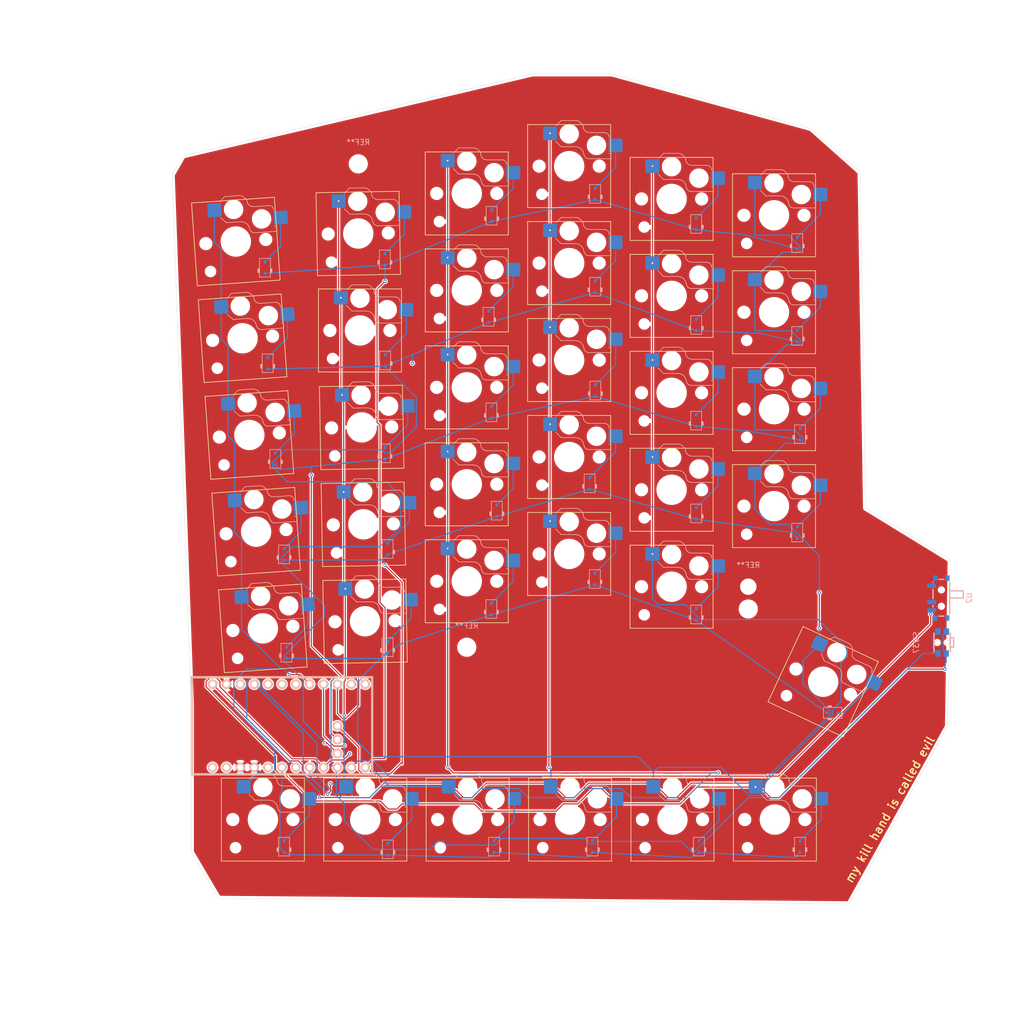
<source format=kicad_pcb>
(kicad_pcb (version 20241229) (generator "pcbnew") (generator_version "9.0")
  (layers (0 "F.Cu" signal) (2 "B.Cu" signal) (13 "F.Paste" user) (15 "B.Paste" user) (5 "F.SilkS" user "F.Silkscreen") (7 "B.SilkS" user "B.Silkscreen") (1 "F.Mask" user) (3 "B.Mask" user) (25 "Edge.Cuts" user))
  (net 0 "")
  (net 2 "Net-(D1-A)")
  (net 4 "Net-(U1-VCC)")
  (net 5 "Net-(D1-K)")
  (net 9 "Net-(D2-A)")
  (net 10 "Net-(D3-A)")
  (net 11 "Net-(D4-A)")
  (net 12 "Net-(D5-A)")
  (net 14 "Net-(D6-A)")
  (net 15 "Net-(D10-K)")
  (net 17 "Net-(D7-A)")
  (net 18 "Net-(D8-A)")
  (net 19 "Net-(D9-A)")
  (net 20 "Net-(U1-BATIN{slash}P0.04)")
  (net 23 "Net-(D10-A)")
  (net 24 "Net-(D11-A)")
  (net 25 "Net-(D12-A)")
  (net 26 "Net-(D13-A)")
  (net 27 "Net-(D13-K)")
  (net 28 "Net-(D14-A)")
  (net 29 "Net-(D14-K)")
  (net 30 "Net-(D15-A)")
  (net 31 "Net-(D16-A)")
  (net 32 "Net-(D17-A)")
  (net 33 "Net-(D18-A)")
  (net 34 "Net-(D19-A)")
  (net 35 "Net-(D20-A)")
  (net 36 "Net-(D21-A)")
  (net 37 "Net-(D22-A)")
  (net 38 "Net-(D23-A)")
  (net 39 "Net-(D24-A)")
  (net 40 "Net-(D25-A)")
  (net 41 "Net-(D25-K)")
  (net 42 "Net-(D26-K)")
  (net 43 "Net-(D26-A)")
  (net 44 "Net-(D27-A)")
  (net 45 "Net-(D28-A)")
  (net 46 "Net-(D29-A)")
  (net 47 "Net-(D30-A)")
  (net 48 "Net-(D31-A)")
  (net 49 "Net-(D32-A)")
  (net 50 "Net-(D33-A)")
  (net 51 "Net-(D34-A)")
  (net 52 "Net-(D35-A)")
  (net 53 "Net-(D36-A)")
  (net 54 "Net-(SW1-A)")
  (net 55 "Net-(SW15-A)")
  (net 56 "Net-(SW10-A)")
  (net 57 "Net-(SW11-A)")
  (net 58 "Net-(SW12-A)")
  (net 63 "GND")
  (net 64 "-BAT")
  (net 65 "Net-(SW17-A)")
  (net 66 "Net-(U1-P0.22)")
  (footprint "Left-Keyboard-Library:SW_Hotswap_Kailh_Choc_V1V2" (layer "F.Cu") (at 206.957624 103.915724)
    (property "Reference" "SW27" (hide yes))
    (property "Value" "SW_SPST" (hide yes))
  )
  (footprint "Left-Keyboard-Library:SW_Hotswap_Kailh_Choc_V1V2" (layer "F.Cu") (at 127.175611 40.722776 4)
    (property "Reference" "SW6" (hide yes))
    (property "Value" "SW_SPST" (hide yes))
  )
  (footprint "Left-Keyboard-Library:SW_Hotswap_Kailh_Choc_V1V2" (layer "F.Cu") (at 225.707624 89.165724)
    (property "Reference" "SW14" (hide yes))
    (property "Value" "SW_SPST" (hide yes))
  )
  (footprint "Left-Keyboard-Library:SW_Hotswap_Kailh_Choc_V1V2" (layer "F.Cu") (at 188.207624 97.915724)
    (property "Reference" "SW29" (hide yes))
    (property "Value" "SW_SPST" (hide yes))
  )
  (footprint "Left-Keyboard-Library:SW_Hotswap_Kailh_Choc_V1V2" (layer "F.Cu") (at 132.128321 111.549824 4)
    (property "Reference" "SW35" (hide yes))
    (property "Value" "SW_SPST" (hide yes))
  )
  (footprint "Left-Keyboard-Library:SW_Hotswap_Kailh_Choc_V1V2" (layer "F.Cu") (at 169.622609 146.549824)
    (property "Reference" "SW32" (hide yes))
    (property "Value" "SW_SPST" (hide yes))
  )
  (footprint "Left-Keyboard-Library:SW_Hotswap_Kailh_Choc_V1V2" (layer "F.Cu") (at 150.213087 74.747297 1)
    (property "Reference" "SW21" (hide yes))
    (property "Value" "SW_SPST" (hide yes))
  )
  (footprint "Left-Keyboard-Library:SW_Hotswap_Kailh_Choc_V1V2" (layer "F.Cu") (at 128.413789 58.429538 4)
    (property "Reference" "SW12" (hide yes))
    (property "Value" "SW_SPST" (hide yes))
  )
  (footprint "Left-Keyboard-Library:SW_Hotswap_Kailh_Choc_V1V2" (layer "F.Cu") (at 169.457624 67.415724)
    (property "Reference" "SW19" (hide yes))
    (property "Value" "SW_SPST" (hide yes))
  )
  (footprint "Left-Keyboard-Library:SW_Hotswap_Kailh_Choc_V1V2" (layer "F.Cu") (at 207.116897 146.549824)
    (property "Reference" "SW28" (hide yes))
    (property "Value" "SW_SPST" (hide yes))
  )
  (footprint "Left-Keyboard-Library:SW_Hotswap_Kailh_Choc_V1V2" (layer "F.Cu") (at 169.457624 49.665724)
    (property "Reference" "SW10" (hide yes))
    (property "Value" "SW_SPST" (hide yes))
  )
  (footprint "Left-Keyboard-Library:SW_Hotswap_Kailh_Choc_V1V2" (layer "F.Cu") (at 169.457624 102.915724)
    (property "Reference" "SW31" (hide yes))
    (property "Value" "SW_SPST" (hide yes))
  )
  (footprint "Left-Keyboard-Library:SW_Hotswap_Kailh_Choc_V1V2" (layer "F.Cu") (at 130.890144 93.843062 4)
    (property "Reference" "SW24" (hide yes))
    (property "Value" "SW_SPST" (hide yes))
  )
  (footprint "Left-Keyboard-Library:SW_Hotswap_Kailh_Choc_V1V2" (layer "F.Cu") (at 188.369753 146.549824)
    (property "Reference" "SW30" (hide yes))
    (property "Value" "SW_SPST" (hide yes))
  )
  (footprint "Left-Keyboard-Library:SW_Hotswap_Kailh_Choc_V1V2" (layer "F.Cu") (at 225.707624 35.915724)
    (property "Reference" "SW1" (hide yes))
    (property "Value" "SW_SPST" (hide yes))
  )
  (footprint "Left-Keyboard-Library:SW_Hotswap_Kailh_Choc_V1V2" (layer "F.Cu") (at 129.651966 76.1363 4)
    (property "Reference" "SW23" (hide yes))
    (property "Value" "SW_SPST" (hide yes))
  )
  (footprint "Left-Keyboard-Library:SW_Hotswap_Kailh_Choc_V1V2" (layer "F.Cu") (at 149.593526 39.252704 1)
    (property "Reference" "SW5" (hide yes))
    (property "Value" "SW_SPST" (hide yes))
  )
  (footprint "Left-Keyboard-Library:SW_Hotswap_Kailh_Choc_V1V2" (layer "F.Cu") (at 234.707624 121.315724 -25)
    (property "Reference" "SW25" (hide yes))
    (property "Value" "SW_SPST" (hide yes))
  )
  (footprint "Left-Keyboard-Library:SW_Hotswap_Kailh_Choc_V1V2" (layer "F.Cu") (at 149.903306 57)
    (property "Reference" "SW11" (hide yes))
    (property "Value" "SW_SPST" (hide yes))
  )
  (footprint "Left-Keyboard-Library:SW_Hotswap_Kailh_Choc_V1V2" (layer "F.Cu") (at 169.457624 85.165724)
    (property "Reference" "SW20" (hide yes))
    (property "Value" "SW_SPST" (hide yes))
  )
  (footprint "Left-Keyboard-Library:SW_Hotswap_Kailh_Choc_V1V2" (layer "F.Cu") (at 188.207624 26.915724)
    (property "Reference" "SW3" (hide yes))
    (property "Value" "SW_SPST" (hide yes))
  )
  (footprint "Left-Keyboard-Library:SW_Hotswap_Kailh_Choc_V1V2" (layer "F.Cu") (at 225.707624 53.665724)
    (property "Reference" "SW7" (hide yes))
    (property "Value" "SW_SPST" (hide yes))
  )
  (footprint "Left-Keyboard-Library:SW_Hotswap_Kailh_Choc_V1V2" (layer "F.Cu") (at 206.957624 68.415724)
    (property "Reference" "SW15" (hide yes))
    (property "Value" "SW_SPST" (hide yes))
  )
  (footprint "Left-Keyboard-Library:SW_Hotswap_Kailh_Choc_V1V2" (layer "F.Cu") (at 188.207624 44.665724)
    (property "Reference" "SW9" (hide yes))
    (property "Value" "SW_SPST" (hide yes))
  )
  (footprint "Left-Keyboard-Library:SW_Hotswap_Kailh_Choc_V1V2" (layer "F.Cu") (at 150.522867 92.494594 1)
    (property "Reference" "SW22" (hide yes))
    (property "Value" "SW_SPST" (hide yes))
  )
  (footprint "Left-Keyboard-Library:SW_Hotswap_Kailh_Choc_V1V2" (layer "F.Cu") (at 150.875465 146.549824)
    (property "Reference" "SW34" (hide yes))
    (property "Value" "SW_SPST" (hide yes))
  )
  (footprint "Left-Keyboard-Library:SW_Hotswap_Kailh_Choc_V1V2" (layer "F.Cu") (at 206.957624 86.165724)
    (property "Reference" "SW16" (hide yes))
    (property "Value" "SW_SPST" (hide yes))
  )
  (footprint "Left-Keyboard-Library:SW_Hotswap_Kailh_Choc_V1V2" (layer "F.Cu") (at 188.207624 62.415724)
    (property "Reference" "SW17" (hide yes))
    (property "Value" "SW_SPST" (hide yes))
  )
  (footprint "Nice!Nano:nice_nano" (layer "F.Cu") (at 136.89 129.38)
    (property "Reference" "U1" (hide yes))
    (property "Value" "nice_nano" (hide yes))
  )
  (footprint "Left-Keyboard-Library:SW_Hotswap_Kailh_Choc_V1V2" (layer "F.Cu") (at 225.864041 146.549824)
    (property "Reference" "SW26" (hide yes))
    (property "Value" "SW_SPST" (hide yes))
  )
  (footprint "Left-Keyboard-Library:SW_Hotswap_Kailh_Choc_V1V2" (layer "F.Cu") (at 206.957624 32.915724)
    (property "Reference" "SW2" (hide yes))
    (property "Value" "SW_SPST" (hide yes))
  )
  (footprint "Left-Keyboard-Library:SW_Hotswap_Kailh_Choc_V1V2" (layer "F.Cu") (at 225.707624 71.415724)
    (property "Reference" "SW13" (hide yes))
    (property "Value" "SW_SPST" (hide yes))
  )
  (footprint "Left-Keyboard-Library:SW_Hotswap_Kailh_Choc_V1V2" (layer "F.Cu") (at 188.207624 80.165724)
    (property "Reference" "SW18" (hide yes))
    (property "Value" "SW_SPST" (hide yes))
  )
  (footprint "Left-Keyboard-Library:SW_Hotswap_Kailh_Choc_V1V2" (layer "F.Cu") (at 169.457624 31.915724)
    (property "Reference" "SW4" (hide yes))
    (property "Value" "SW_SPST" (hide yes))
  )
  (footprint "Left-Keyboard-Library:SW_Hotswap_Kailh_Choc_V1V2" (layer "F.Cu") (at 206.957624 50.665724)
    (property "Reference" "SW8" (hide yes))
    (property "Value" "SW_SPST" (hide yes))
  )
  (footprint "Left-Keyboard-Library:SW_Hotswap_Kailh_Choc_V1V2" (layer "F.Cu") (at 150.832647 110.24189 1)
    (property "Reference" "SW33" (hide yes))
    (property "Value" "SW_SPST" (hide yes))
  )
  (footprint "Left-Keyboard-Library:SW_Hotswap_Kailh_Choc_V1V2" (layer "F.Cu") (at 132.128321 146.549824)
    (property "Reference" "SW36" (hide yes))
    (property "Value" "SW_SPST" (hide yes))
  )
  (footprint "MountingHole:MountingHole_3mm" (layer "B.Cu") (at 169.457624 115 180)
    (property "Reference" "REF**")
    (property "Value" "MountingHole_3mm")
  )
  (footprint "PCM_Diode_SMD_AKL:D_SOD-323" (layer "B.Cu") (at 136.007624 98 90)
    (property "Reference" "D24" (hide yes))
    (property "Value" "1N4148WS" (hide yes))
  )
  (footprint "PCM_Diode_SMD_AKL:D_SOD-323" (layer "B.Cu") (at 154.457624 79.5 90)
    (property "Reference" "D21" (hide yes))
    (property "Value" "1N4148WS" (hide yes))
  )
  (footprint "PCM_Diode_SMD_AKL:D_SOD-323" (layer "B.Cu") (at 192.907624 102.5 90)
    (property "Reference" "D29" (hide yes))
    (property "Value" "1N4148WS" (hide yes))
  )
  (footprint "PCM_Diode_SMD_AKL:D_SOD-323" (layer "B.Cu") (at 132.507624 45.5 90)
    (property "Reference" "D6" (hide yes))
    (property "Value" "1N4148WS" (hide yes))
  )
  (footprint "PCM_Diode_SMD_AKL:D_SOD-323" (layer "B.Cu") (at 174.957624 90 90)
    (property "Reference" "D20" (hide yes))
    (property "Value" "1N4148WS" (hide yes))
  )
  (footprint "PCM_Diode_SMD_AKL:D_SOD-323" (layer "B.Cu") (at 192.957624 32 90)
    (property "Reference" "D3" (hide yes))
    (property "Value" "1N4148WS" (hide yes))
  )
  (footprint "PCM_Diode_SMD_AKL:D_SOD-323" (layer "B.Cu") (at 154.457624 44 90)
    (property "Reference" "D5" (hide yes))
    (property "Value" "1N4148WS" (hide yes))
  )
  (footprint "PCM_Diode_SMD_AKL:D_SOD-323" (layer "B.Cu") (at 174.007624 36 90)
    (property "Reference" "D4" (hide yes))
    (property "Value" "1N4148WS" (hide yes))
  )
  (footprint "MountingHole:MountingHole_3mm" (layer "B.Cu") (at 149.593526 26.5 180)
    (property "Reference" "REF**")
    (property "Value" "MountingHole_3mm")
  )
  (footprint "PCM_Diode_SMD_AKL:D_SOD-323" (layer "B.Cu") (at 229.957624 58 90)
    (property "Reference" "D7" (hide yes))
    (property "Value" "1N4148WS" (hide yes))
  )
  (footprint "easyeda2kicad:SW-SMD_MSK12C02G15-B" (layer "B.Cu") (at 256 106 90)
    (property "Reference" "U2")
    (property "Value" "MSK12C02G15-B")
  )
  (footprint "PCM_Diode_SMD_AKL:D_SOD-323" (layer "B.Cu") (at 134.407624 80.5 90)
    (property "Reference" "D23" (hide yes))
    (property "Value" "1N4148WS" (hide yes))
  )
  (footprint "PCM_Diode_SMD_AKL:D_SOD-323" (layer "B.Cu") (at 211.457624 73.5 90)
    (property "Reference" "D15" (hide yes))
    (property "Value" "1N4148WS" (hide yes))
  )
  (footprint "PCM_Diode_SMD_AKL:D_SOD-323" (layer "B.Cu") (at 192.457624 151.5 90)
    (property "Reference" "D30" (hide yes))
    (property "Value" "1N4148WS" (hide yes))
  )
  (footprint "PCM_Diode_SMD_AKL:D_SOD-323" (layer "B.Cu") (at 211.457624 109 90)
    (property "Reference" "D27" (hide yes))
    (property "Value" "1N4148WS" (hide yes))
  )
  (footprint "PCM_Diode_SMD_AKL:D_SOD-323" (layer "B.Cu") (at 174.457624 151.5 90)
    (property "Reference" "D32" (hide yes))
    (property "Value" "1N4148WS" (hide yes))
  )
  (footprint "PCM_Diode_SMD_AKL:D_SOD-323" (layer "B.Cu") (at 192.957624 49 90)
    (property "Reference" "D9" (hide yes))
    (property "Value" "1N4148WS" (hide yes))
  )
  (footprint "PCM_Diode_SMD_AKL:D_SOD-323" (layer "B.Cu") (at 154.957624 97 90)
    (property "Reference" "D22" (hide yes))
    (property "Value" "1N4148WS" (hide yes))
  )
  (footprint "PCM_Diode_SMD_AKL:D_SOD-323" (layer "B.Cu") (at 173.457624 54.5 90)
    (property "Reference" "D10" (hide yes))
    (property "Value" "1N4148WS" (hide yes))
  )
  (footprint "PCM_Diode_SMD_AKL:D_SOD-323" (layer "B.Cu") (at 154.507624 62.5 90)
    (property "Reference" "D11" (hide yes))
    (property "Value" "1N4148WS" (hide yes))
  )
  (footprint "PCM_Diode_SMD_AKL:D_SOD-323" (layer "B.Cu") (at 211.457624 90.5 90)
    (property "Reference" "D16" (hide yes))
    (property "Value" "1N4148WS" (hide yes))
  )
  (footprint "PCM_Diode_SMD_AKL:D_SOD-323" (layer "B.Cu") (at 211.457624 56 90)
    (property "Reference" "D8" (hide yes))
    (property "Value" "1N4148WS" (hide yes))
  )
  (footprint "easyeda2kicad:SW-SMD_4P-L3.5-W3.0-P1.6-LS4.6_K2-1821SH-A4SW-06" (layer "B.Cu") (at 256.5 114.135749 -90)
    (property "Reference" "SW37")
    (property "Value" "GT-TC045B-H036-L1A")
  )
  (footprint "PCM_Diode_SMD_AKL:D_SOD-323" (layer "B.Cu") (at 173.957624 108 90)
    (property "Reference" "D31" (hide yes))
    (property "Value" "1N4148WS" (hide yes))
  )
  (footprint "PCM_Diode_SMD_AKL:D_SOD-323" (layer "B.Cu") (at 154.957624 115 90)
    (property "Reference" "D33" (hide yes))
    (property "Value" "1N4148WS" (hide yes))
  )
  (footprint "PCM_Diode_SMD_AKL:D_SOD-323" (layer "B.Cu") (at 133.007624 63 90)
    (property "Reference" "D12" (hide yes))
    (property "Value" "1N4148WS" (hide yes))
  )
  (footprint "PCM_Diode_SMD_AKL:D_SOD-323" (layer "B.Cu") (at 136.457624 116 90)
    (property "Reference" "D35" (hide yes))
    (property "Value" "1N4148WS" (hide yes))
  )
  (footprint "PCM_Diode_SMD_AKL:D_SOD-323" (layer "B.Cu") (at 136.007624 151.5 90)
    (property "Reference" "D36" (hide yes))
    (property "Value" "1N4148WS" (hide yes))
  )
  (footprint "MountingHole:MountingHole_3mm" (layer "B.Cu") (at 221 103.915724 180)
    (property "Reference" "REF**")
    (property "Value" "MountingHole_3mm")
  )
  (footprint "PCM_Diode_SMD_AKL:D_SOD-323" (layer "B.Cu") (at 230.457624 76 90)
    (property "Reference" "D13" (hide yes))
    (property "Value" "1N4148WS" (hide yes))
  )
  (footprint "PCM_Diode_SMD_AKL:D_SOD-323" (layer "B.Cu") (at 155.007624 152 90)
    (property "Reference" "D34" (hide yes))
    (property "Value" "1N4148WS" (hide yes))
  )
  (footprint "PCM_Diode_SMD_AKL:D_SOD-323" (layer "B.Cu") (at 230.457624 151.5 90)
    (property "Reference" "D26" (hide yes))
    (property "Value" "1N4148WS" (hide yes))
  )
  (footprint "PCM_Diode_SMD_AKL:D_SOD-323" (layer "B.Cu") (at 229.957624 41 90)
    (property "Reference" "D1" (hide yes))
    (property "Value" "1N4148WS" (hide yes))
  )
  (footprint "PCM_Diode_SMD_AKL:D_SOD-323" (layer "B.Cu") (at 236.457624 127)
    (property "Reference" "D25" (hide yes))
    (property "Value" "1N4148WS" (hide yes))
  )
  (footprint "PCM_Diode_SMD_AKL:D_SOD-323" (layer "B.Cu") (at 211.457624 37.5 90)
    (property "Reference" "D2" (hide yes))
    (property "Value" "1N4148WS" (hide yes))
  )
  (footprint "PCM_Diode_SMD_AKL:D_SOD-323" (layer "B.Cu") (at 193.007624 68 90)
    (property "Reference" "D17" (hide yes))
    (property "Value" "1N4148WS" (hide yes))
  )
  (footprint "PCM_Diode_SMD_AKL:D_SOD-323" (layer "B.Cu") (at 191.957624 85 90)
    (property "Reference" "D18" (hide yes))
    (property "Value" "1N4148WS" (hide yes))
  )
  (footprint "PCM_Diode_SMD_AKL:D_SOD-323" (layer "B.Cu") (at 211.957624 151.5 90)
    (property "Reference" "D28" (hide yes))
    (property "Value" "1N4148WS" (hide yes))
  )
  (footprint "PCM_Diode_SMD_AKL:D_SOD-323" (layer "B.Cu") (at 173.957624 72 90)
    (property "Reference" "D19" (hide yes))
    (property "Value" "1N4148WS" (hide yes))
  )
  (footprint "PCM_Diode_SMD_AKL:D_SOD-323" (layer "B.Cu") (at 229.957624 94 90)
    (property "Reference" "D14" (hide yes))
    (property "Value" "1N4148WS" (hide yes))
  )
  (gr_line (start 119 125.5) (end 119 152.5) (stroke (width 0.05)) (layer "Edge.Cuts"))
  (gr_line (start 257.5 129.5) (end 258 99) (stroke (width 0.05)) (layer "Edge.Cuts"))
  (gr_line (start 241.5 28) (end 232.5 20) (stroke (width 0.05)) (layer "Edge.Cuts"))
  (gr_line (start 196 10) (end 181.5 10) (stroke (width 0.05)) (layer "Edge.Cuts"))
  (gr_line (start 239.5 162) (end 257.5 129.5) (stroke (width 0.05)) (layer "Edge.Cuts"))
  (gr_line (start 119 152.5) (end 124 161) (stroke (width 0.05)) (layer "Edge.Cuts"))
  (gr_line (start 181.5 10) (end 117.5 25) (stroke (width 0.05)) (layer "Edge.Cuts"))
  (gr_line (start 124 161) (end 239.5 162) (stroke (width 0.05)) (layer "Edge.Cuts"))
  (gr_line (start 115.5 28.5) (end 119 125.5) (stroke (width 0.05)) (layer "Edge.Cuts"))
  (gr_line (start 242.5 89.5) (end 241.5 28) (stroke (width 0.05)) (layer "Edge.Cuts"))
  (gr_line (start 117.5 25) (end 115.5 28.5) (stroke (width 0.05)) (layer "Edge.Cuts"))
  (gr_line (start 258 99) (end 242.5 89.5) (stroke (width 0.05)) (layer "Edge.Cuts"))
  (gr_line (start 232.5 20) (end 196 10) (stroke (width 0.05)) (layer "Edge.Cuts"))
  (gr_text "my kill hand is called evil" (at 240 158.5 60) (layer "F.SilkS") (effects (font (size 1.5 1.5) (thickness 0.25) (bold yes)) (justify left bottom)))
  (segment (start 229.957624 39.95) (end 234.207624 35.7) (width 0.2) (layer "B.Cu") (net 2))
  (segment (start 234.207624 35.7) (end 234.207624 32.115724) (width 0.2) (layer "B.Cu") (net 2))
  (segment (start 184.939623 139.872759) (end 187.592688 142.525824) (width 0.2) (layer "F.Cu") (net 4))
  (segment (start 210.547027 139.872759) (end 222.433911 139.872759) (width 0.2) (layer "F.Cu") (net 4))
  (segment (start 154.305595 139.872759) (end 166.192479 139.872759) (width 0.2) (layer "F.Cu") (net 4))
  (segment (start 225.086976 142.525824) (end 226.641106 142.525824) (width 0.2) (layer "F.Cu") (net 4))
  (segment (start 168.845544 142.525824) (end 170.399674 142.525824) (width 0.2) (layer "F.Cu") (net 4))
  (segment (start 226.641106 142.525824) (end 250.16693 119) (width 0.2) (layer "F.Cu") (net 4))
  (segment (start 173.052739 139.872759) (end 184.939623 139.872759) (width 0.2) (layer "F.Cu") (net 4))
  (segment (start 206.339832 142.525824) (end 207.893962 142.525824) (width 0.2) (layer "F.Cu") (net 4))
  (segment (start 151.65253 142.525824) (end 154.305595 139.872759) (width 0.2) (layer "F.Cu") (net 4))
  (segment (start 147.28087 142.525824) (end 151.65253 142.525824) (width 0.2) (layer "F.Cu") (net 4))
  (segment (start 170.399674 142.525824) (end 173.052739 139.872759) (width 0.2) (layer "F.Cu") (net 4))
  (segment (start 187.592688 142.525824) (end 189.146818 142.525824) (width 0.2) (layer "F.Cu") (net 4))
  (segment (start 203.686767 139.872759) (end 206.339832 142.525824) (width 0.2) (layer "F.Cu") (net 4))
  (segment (start 207.893962 142.525824) (end 210.547027 139.872759) (width 0.2) (layer "F.Cu") (net 4))
  (segment (start 147.28087 142.525824) (end 147.255046 142.5) (width 0.2) (layer "F.Cu") (net 4))
  (segment (start 147.255046 142.5) (end 142.5 142.5) (width 0.2) (layer "F.Cu") (net 4))
  (segment (start 191.799883 139.872759) (end 203.686767 139.872759) (width 0.2) (layer "F.Cu") (net 4))
  (segment (start 189.146818 142.525824) (end 191.799883 139.872759) (width 0.2) (layer "F.Cu") (net 4))
  (segment (start 166.192479 139.872759) (end 168.845544 142.525824) (width 0.2) (layer "F.Cu") (net 4))
  (segment (start 250.16693 119) (end 257 119) (width 0.2) (layer "F.Cu") (net 4))
  (segment (start 222.433911 139.872759) (end 225.086976 142.525824) (width 0.2) (layer "F.Cu") (net 4))
  (via (at 257 119) (size 0.6) (drill 0.3) (layers "F.Cu" "B.Cu") (net 4))
  (via (at 142.5 142.5) (size 0.6) (drill 0.3) (layers "F.Cu" "B.Cu") (net 4))
  (segment (start 257.25 117.75) (end 257.25 116.135749) (width 0.2) (layer "B.Cu") (net 4))
  (segment (start 142.5 142.5) (end 142.5 141.5) (width 0.2) (layer "B.Cu") (net 4))
  (segment (start 139.5227 130.7427) (end 130.54 121.76) (width 0.2) (layer "B.Cu") (net 4))
  (segment (start 257 119) (end 257 118) (width 0.2) (layer "B.Cu") (net 4))
  (segment (start 142.5 141.5) (end 139.5227 138.5227) (width 0.2) (layer "B.Cu") (net 4))
  (segment (start 257.25 116.135749) (end 256.649 115.534749) (width 0.2) (layer "B.Cu") (net 4))
  (segment (start 256.649 112.736749) (end 257.25 112.135749) (width 0.2) (layer "B.Cu") (net 4))
  (segment (start 256.649 115.534749) (end 256.649 112.736749) (width 0.2) (layer "B.Cu") (net 4))
  (segment (start 257 118) (end 257.25 117.75) (width 0.2) (layer "B.Cu") (net 4))
  (segment (start 139.5227 138.5227) (end 139.5227 130.7427) (width 0.2) (layer "B.Cu") (net 4))
  (segment (start 152.48 135.38) (end 150.86 137) (width 0.2) (layer "F.Cu") (net 5))
  (segment (start 154.5 48) (end 153.027306 49.472694) (width 0.2) (layer "F.Cu") (net 5))
  (segment (start 153.579786 74.358738) (end 153.579786 106.822492) (width 0.2) (layer "F.Cu") (net 5))
  (segment (start 154.5 135.38) (end 152.48 135.38) (width 0.2) (layer "F.Cu") (net 5))
  (segment (start 153.027306 73.806258) (end 153.579786 74.358738) (width 0.2) (layer "F.Cu") (net 5))
  (segment (start 153.579786 106.822492) (end 154.5 107.742706) (width 0.2) (layer "F.Cu") (net 5))
  (segment (start 153.027306 49.472694) (end 153.027306 73.806258) (width 0.2) (layer "F.Cu") (net 5))
  (segment (start 154.5 107.742706) (end 154.5 135.38) (width 0.2) (layer "F.Cu") (net 5))
  (via (at 154.5 48) (size 0.6) (drill 0.3) (layers "F.Cu" "B.Cu") (net 5))
  (segment (start 229.957624 42.05) (end 220.5 39.5) (width 0.2) (layer "B.Cu") (net 5))
  (segment (start 154.457624 47.957624) (end 154.5 48) (width 0.2) (layer "B.Cu") (net 5))
  (segment (start 154.457624 45.05) (end 154.457624 47.957624) (width 0.2) (layer "B.Cu") (net 5))
  (segment (start 220.5 39.5) (end 211.457624 38.55) (width 0.2) (layer "B.Cu") (net 5))
  (segment (start 211.457624 38.55) (end 192.957624 33.05) (width 0.2) (layer "B.Cu") (net 5))
  (segment (start 192.957624 33.05) (end 174.007624 37.05) (width 0.2) (layer "B.Cu") (net 5))
  (segment (start 154.457624 45.05) (end 132.507624 46.55) (width 0.2) (layer "B.Cu") (net 5))
  (segment (start 174.007624 37.05) (end 154.457624 45.05) (width 0.2) (layer "B.Cu") (net 5))
  (segment (start 211.457624 36.45) (end 215.457624 32.45) (width 0.2) (layer "B.Cu") (net 9))
  (segment (start 215.457624 32.45) (end 215.457624 29.115724) (width 0.2) (layer "B.Cu") (net 9))
  (segment (start 196.707624 27.2) (end 196.707624 23.115724) (width 0.2) (layer "B.Cu") (net 10))
  (segment (start 192.957624 30.95) (end 196.707624 27.2) (width 0.2) (layer "B.Cu") (net 10))
  (segment (start 174.007624 34.95) (end 177.957624 31) (width 0.2) (layer "B.Cu") (net 11))
  (segment (start 177.957624 31) (end 177.957624 28.115724) (width 0.2) (layer "B.Cu") (net 11))
  (segment (start 154.457624 42.95) (end 158.025912 39.381712) (width 0.2) (layer "B.Cu") (net 12))
  (segment (start 158.025912 39.381712) (end 158.025912 35.304937) (width 0.2) (layer "B.Cu") (net 12))
  (segment (start 132.507624 44.45) (end 135.389831 41.567793) (width 0.2) (layer "B.Cu") (net 14))
  (segment (start 135.389831 41.567793) (end 135.389831 36.339103) (width 0.2) (layer "B.Cu") (net 14))
  (segment (start 143.82 132.5) (end 145.78 134.46) (width 0.2) (layer "F.Cu") (net 15))
  (segment (start 143.5 132.5) (end 143.82 132.5) (width 0.2) (layer "F.Cu") (net 15))
  (via (at 159.5 63) (size 0.6) (drill 0.3) (layers "F.Cu" "B.Cu") (net 15))
  (via (at 143.5 132.5) (size 0.6) (drill 0.3) (layers "F.Cu" "B.Cu") (net 15))
  (segment (start 137.589658 96.580072) (end 135.481624 98.688106) (width 0.2) (layer "B.Cu") (net 15))
  (segment (start 153.439658 96.580072) (end 137.589658 96.580072) (width 0.2) (layer "B.Cu") (net 15))
  (segment (start 135.481624 98.688106) (end 135.481624 99.411894) (width 0.2) (layer "B.Cu") (net 15))
  (segment (start 157.361565 87.330157) (end 157.361565 92.978959) (width 0.2) (layer "B.Cu") (net 15))
  (segment (start 154.991524 95.349) (end 154.67073 95.349) (width 0.2) (layer "B.Cu") (net 15))
  (segment (start 211.457624 57.05) (end 223 57.5) (width 0.2) (layer "B.Cu") (net 15))
  (segment (start 133.881624 81.969321) (end 136.631796 84.719493) (width 0.2) (layer "B.Cu") (net 15))
  (segment (start 154.507624 63.55) (end 159.811076 61.311076) (width 0.2) (layer "B.Cu") (net 15))
  (segment (start 143.43562 107.36589) (end 143.43562 109.18411) (width 0.2) (layer "B.Cu") (net 15))
  (segment (start 154.507624 63.55) (end 160.239161 69.281537) (width 0.2) (layer "B.Cu") (net 15))
  (segment (start 155.5 79.399351) (end 154.459686 79.399351) (width 0.2) (layer "B.Cu") (net 15))
  (segment (start 135.481624 99.411894) (end 143.43562 107.36589) (width 0.2) (layer "B.Cu") (net 15))
  (segment (start 143.43562 109.18411) (end 135.931624 116.688106) (width 0.2) (layer "B.Cu") (net 15))
  (segment (start 136.631796 84.719493) (end 154.750901 84.719493) (width 0.2) (layer "B.Cu") (net 15))
  (segment (start 173.457624 55.55) (end 192.957624 50.05) (width 0.2) (layer "B.Cu") (net 15))
  (segment (start 153.89311 78.832775) (end 136.236955 78.832775) (width 0.2) (layer "B.Cu") (net 15))
  (segment (start 157.361565 92.978959) (end 154.991524 95.349) (width 0.2) (layer "B.Cu") (net 15))
  (segment (start 159.811076 61.311076) (end 173.457624 55.55) (width 0.2) (layer "B.Cu") (net 15))
  (segment (start 154.67073 95.349) (end 153.439658 96.580072) (width 0.2) (layer "B.Cu") (net 15))
  (segment (start 154.459686 79.399351) (end 153.89311 78.832775) (width 0.2) (layer "B.Cu") (net 15))
  (segment (start 160.239161 69.281537) (end 160.239161 74.66019) (width 0.2) (layer "B.Cu") (net 15))
  (segment (start 139.5227 121.00297) (end 139.5227 128.5227) (width 0.2) (layer "B.Cu") (net 15))
  (segment (start 159.5 61.622152) (end 159.811076 61.311076) (width 0.2) (layer "B.Cu") (net 15))
  (segment (start 136.236955 78.832775) (end 133.881624 81.188106) (width 0.2) (layer "B.Cu") (net 15))
  (segment (start 154.750901 84.719493) (end 157.361565 87.330157) (width 0.2) (layer "B.Cu") (net 15))
  (segment (start 160.239161 74.66019) (end 155.5 79.399351) (width 0.2) (layer "B.Cu") (net 15))
  (segment (start 133.007624 64.05) (end 154.507624 63.55) (width 0.2) (layer "B.Cu") (net 15))
  (segment (start 133.881624 81.188106) (end 133.881624 81.969321) (width 0.2) (layer "B.Cu") (net 15))
  (segment (start 139.5227 128.5227) (end 143.5 132.5) (width 0.2) (layer "B.Cu") (net 15))
  (segment (start 159.5 63) (end 159.5 61.622152) (width 0.2) (layer "B.Cu") (net 15))
  (segment (start 192.957624 50.05) (end 211.457624 57.05) (width 0.2) (layer "B.Cu") (net 15))
  (segment (start 135.931624 117.411894) (end 139.5227 121.00297) (width 0.2) (layer "B.Cu") (net 15))
  (segment (start 135.931624 116.688106) (end 135.931624 117.411894) (width 0.2) (layer "B.Cu") (net 15))
  (segment (start 223 57.5) (end 229.957624 59.05) (width 0.2) (layer "B.Cu") (net 15))
  (segment (start 229.957624 56.95) (end 234.207624 52.7) (width 0.2) (layer "B.Cu") (net 17))
  (segment (start 234.207624 52.7) (end 234.207624 49.865724) (width 0.2) (layer "B.Cu") (net 17))
  (segment (start 215.457624 50.95) (end 215.457624 46.865724) (width 0.2) (layer "B.Cu") (net 18))
  (segment (start 211.457624 54.95) (end 215.457624 50.95) (width 0.2) (layer "B.Cu") (net 18))
  (segment (start 196.707624 44.2) (end 196.707624 40.865724) (width 0.2) (layer "B.Cu") (net 19))
  (segment (start 192.957624 47.95) (end 196.707624 44.2) (width 0.2) (layer "B.Cu") (net 19))
  (segment (start 139.3373 136.512346) (end 138.647654 135.8227) (width 0.2) (layer "F.Cu") (net 20))
  (segment (start 226.573033 138.5993) (end 140.448946 138.5993) (width 0.2) (layer "F.Cu") (net 20))
  (segment (start 139.3373 137.487654) (end 139.3373 136.512346) (width 0.2) (layer "F.Cu") (net 20))
  (segment (start 136.9827 135.8227) (end 122.92 121.76) (width 0.2) (layer "F.Cu") (net 20))
  (segment (start 138.647654 135.8227) (end 136.9827 135.8227) (width 0.2) (layer "F.Cu") (net 20))
  (segment (start 254.390426 108.95304) (end 254.390426 110.781907) (width 0.2) (layer "F.Cu") (net 20))
  (segment (start 254.390426 110.781907) (end 226.573033 138.5993) (width 0.2) (layer "F.Cu") (net 20))
  (segment (start 140.448946 138.5993) (end 139.3373 137.487654) (width 0.2) (layer "F.Cu") (net 20))
  (via (at 254.390426 108.95304) (size 0.6) (drill 0.3) (layers "F.Cu" "B.Cu") (net 20))
  (segment (start 254.390426 108.409574) (end 254.55 108.25) (width 0.2) (layer "B.Cu") (net 20))
  (segment (start 254.390426 108.95304) (end 254.390426 108.409574) (width 0.2) (layer "B.Cu") (net 20))
  (segment (start 173.457624 53.45) (end 177.957624 48.95) (width 0.2) (layer "B.Cu") (net 23))
  (segment (start 177.957624 48.95) (end 177.957624 45.865724) (width 0.2) (layer "B.Cu") (net 23))
  (segment (start 158.403306 57.554318) (end 158.403306 53.2) (width 0.2) (layer "B.Cu") (net 24))
  (segment (start 154.507624 61.45) (end 158.403306 57.554318) (width 0.2) (layer "B.Cu") (net 24))
  (segment (start 136.628009 58.329615) (end 136.628009 54.045865) (width 0.2) (layer "B.Cu") (net 25))
  (segment (start 133.007624 61.95) (end 136.628009 58.329615) (width 0.2) (layer "B.Cu") (net 25))
  (segment (start 230.457624 74.95) (end 234.207624 71.2) (width 0.2) (layer "B.Cu") (net 26))
  (segment (start 234.207624 71.2) (end 234.207624 67.615724) (width 0.2) (layer "B.Cu") (net 26))
  (segment (start 141 114.8271) (end 146.7556 120.5827) (width 0.2) (layer "F.Cu") (net 27))
  (segment (start 144.6027 130.7427) (end 145.78 131.92) (width 0.2) (layer "F.Cu") (net 27))
  (segment (start 146.7556 120.5827) (end 145.292346 120.5827) (width 0.2) (layer "F.Cu") (net 27))
  (segment (start 145.292346 120.5827) (end 144.6027 121.272346) (width 0.2) (layer "F.Cu") (net 27))
  (segment (start 141 83.5) (end 141 114.8271) (width 0.2) (layer "F.Cu") (net 27))
  (segment (start 144.6027 121.272346) (end 144.6027 130.7427) (width 0.2) (layer "F.Cu") (net 27))
  (via (at 141 83.5) (size 0.6) (drill 0.3) (layers "F.Cu" "B.Cu") (net 27))
  (segment (start 193.007624 69.05) (end 173.957624 73.05) (width 0.2) (layer "B.Cu") (net 27))
  (segment (start 173.957624 73.05) (end 154.457624 80.55) (width 0.2) (layer "B.Cu") (net 27))
  (segment (start 221 75.415724) (end 211.457624 74.55) (width 0.2) (layer "B.Cu") (net 27))
  (segment (start 135 82.5) (end 134.407624 81.55) (width 0.2) (layer "B.Cu") (net 27))
  (segment (start 211.457624 74.55) (end 193.007624 69.05) (width 0.2) (layer "B.Cu") (net 27))
  (segment (start 230.457624 77.05) (end 221 75.415724) (width 0.2) (layer "B.Cu") (net 27))
  (segment (start 154.457624 80.55) (end 141 81.898693) (width 0.2) (layer "B.Cu") (net 27))
  (segment (start 141 83.5) (end 141 81.898693) (width 0.2) (layer "B.Cu") (net 27))
  (segment (start 141 81.898693) (end 135 82.5) (width 0.2) (layer "B.Cu") (net 27))
  (segment (start 234.207624 88.7) (end 234.207624 85.365724) (width 0.2) (layer "B.Cu") (net 28))
  (segment (start 229.957624 92.95) (end 234.207624 88.7) (width 0.2) (layer "B.Cu") (net 28))
  (segment (start 150.372346 138.1773) (end 149.6827 137.487654) (width 0.2) (layer "F.Cu") (net 29))
  (segment (start 149.6827 137.487654) (end 149.6827 133.2827) (width 0.2) (layer "F.Cu") (net 29))
  (segment (start 157.641566 103.141566) (end 154.5 100) (width 0.2) (layer "F.Cu") (net 29))
  (segment (start 157.641566 136) (end 157.641566 103.141566) (width 0.2) (layer "F.Cu") (net 29))
  (segment (start 157.641566 136) (end 155.464266 138.1773) (width 0.2) (layer "F.Cu") (net 29))
  (segment (start 157.641566 136.383388) (end 157.641566 136) (width 0.2) (layer "F.Cu") (net 29))
  (segment (start 149.6827 133.2827) (end 145.78 129.38) (width 0.2) (layer "F.Cu") (net 29))
  (segment (start 155.464266 138.1773) (end 150.372346 138.1773) (width 0.2) (layer "F.Cu") (net 29))
  (via (at 154.5 100) (size 0.6) (drill 0.3) (layers "F.Cu" "B.Cu") (net 29))
  (segment (start 229 94) (end 229.957624 95.05) (width 0.2) (layer "B.Cu") (net 29))
  (segment (start 154.957624 98.05) (end 174.957624 91.05) (width 0.2) (layer "B.Cu") (net 29))
  (segment (start 154.5 100) (end 154.5 99.5) (width 0.2) (layer "B.Cu") (net 29))
  (segment (start 211.457624 91.55) (end 229 94) (width 0.2) (layer "B.Cu") (net 29))
  (segment (start 191.957624 86.05) (end 211.457624 91.55) (width 0.2) (layer "B.Cu") (net 29))
  (segment (start 154 99) (end 154.957624 98.05) (width 0.2) (layer "B.Cu") (net 29))
  (segment (start 154.5 99.5) (end 154 99) (width 0.2) (layer "B.Cu") (net 29))
  (segment (start 136.007624 99.05) (end 154 99) (width 0.2) (layer "B.Cu") (net 29))
  (segment (start 174.957624 91.05) (end 191.957624 86.05) (width 0.2) (layer "B.Cu") (net 29))
  (segment (start 211.457624 72.45) (end 215.457624 68.45) (width 0.2) (layer "B.Cu") (net 30))
  (segment (start 215.457624 68.45) (end 215.457624 64.615724) (width 0.2) (layer "B.Cu") (net 30))
  (segment (start 211.457624 89.45) (end 215.457624 85.45) (width 0.2) (layer "B.Cu") (net 31))
  (segment (start 215.457624 85.45) (end 215.457624 82.365724) (width 0.2) (layer "B.Cu") (net 31))
  (segment (start 193.007624 66.95) (end 196.707624 63.25) (width 0.2) (layer "B.Cu") (net 32))
  (segment (start 196.707624 63.25) (end 196.707624 58.615724) (width 0.2) (layer "B.Cu") (net 32))
  (segment (start 191.957624 83.95) (end 196.707624 79.2) (width 0.2) (layer "B.Cu") (net 33))
  (segment (start 196.707624 79.2) (end 196.707624 76.365724) (width 0.2) (layer "B.Cu") (net 33))
  (segment (start 173.957624 70.95) (end 177.957624 66.95) (width 0.2) (layer "B.Cu") (net 34))
  (segment (start 177.957624 66.95) (end 177.957624 63.615724) (width 0.2) (layer "B.Cu") (net 34))
  (segment (start 177.957624 85.95) (end 177.957624 81.365724) (width 0.2) (layer "B.Cu") (net 35))
  (segment (start 174.957624 88.95) (end 177.957624 85.95) (width 0.2) (layer "B.Cu") (net 35))
  (segment (start 158.645473 74.262151) (end 158.645473 70.79953) (width 0.2) (layer "B.Cu") (net 36))
  (segment (start 154.457624 78.45) (end 158.645473 74.262151) (width 0.2) (layer "B.Cu") (net 36))
  (segment (start 158.955253 91.952371) (end 158.955253 88.546827) (width 0.2) (layer "B.Cu") (net 37))
  (segment (start 154.957624 95.95) (end 158.955253 91.952371) (width 0.2) (layer "B.Cu") (net 37))
  (segment (start 134.407624 79.45) (end 137.866186 75.991438) (width 0.2) (layer "B.Cu") (net 38))
  (segment (start 137.866186 75.991438) (end 137.866186 71.752627) (width 0.2) (layer "B.Cu") (net 38))
  (segment (start 139.104364 93.85326) (end 139.104364 89.459389) (width 0.2) (layer "B.Cu") (net 39))
  (segment (start 136.007624 96.95) (end 139.104364 93.85326) (width 0.2) (layer "B.Cu") (net 39))
  (segment (start 237.507624 127) (end 238.4812 127) (width 0.2) (layer "B.Cu") (net 40))
  (segment (start 238.4812 127) (end 244.01719 121.46401) (width 0.2) (layer "B.Cu") (net 40))
  (segment (start 146.751057 128.101) (end 145.78 127.129943) (width 0.2) (layer "F.Cu") (net 41))
  (segment (start 145.78 127.129943) (end 145.78 121.76) (width 0.2) (layer "F.Cu") (net 41))
  (segment (start 149.6827 120.983959) (end 149.6827 125.667243) (width 0.2) (layer "F.Cu") (net 41))
  (segment (start 149.870071 120.796588) (end 149.6827 120.983959) (width 0.2) (layer "F.Cu") (net 41))
  (segment (start 149.6827 125.667243) (end 147.248943 128.101) (width 0.2) (layer "F.Cu") (net 41))
  (segment (start 147.248943 128.101) (end 146.751057 128.101) (width 0.2) (layer "F.Cu") (net 41))
  (via (at 149.870071 120.796588) (size 0.6) (drill 0.3) (layers "F.Cu" "B.Cu") (net 41))
  (segment (start 157 114.5) (end 154.957624 116.05) (width 0.2) (layer "B.Cu") (net 41))
  (segment (start 153.957624 117.05) (end 154.957624 116.05) (width 0.2) (layer "B.Cu") (net 41))
  (segment (start 211.457624 110.05) (end 192.907624 103.55) (width 0.2) (layer "B.Cu") (net 41))
  (segment (start 154.616659 116.05) (end 149.870071 120.796588) (width 0.2) (layer "B.Cu") (net 41))
  (segment (start 173.957624 109.05) (end 157 114.5) (width 0.2) (layer "B.Cu") (net 41))
  (segment (start 192.907624 103.55) (end 173.957624 109.05) (width 0.2) (layer "B.Cu") (net 41))
  (segment (start 235.407624 127) (end 211.457624 110.05) (width 0.2) (layer "B.Cu") (net 41))
  (segment (start 136.457624 117.05) (end 153.957624 117.05) (width 0.2) (layer "B.Cu") (net 41))
  (segment (start 154.957624 116.05) (end 154.616659 116.05) (width 0.2) (layer "B.Cu") (net 41))
  (segment (start 229.5 153.5) (end 230.457624 152.55) (width 0.2) (layer "B.Cu") (net 42))
  (segment (start 135.252321 141.867679) (end 135.62 141.5) (width 0.2) (layer "B.Cu") (net 42))
  (segment (start 135.62 141.5) (end 135.62 137) (width 0.2) (layer "B.Cu") (net 42))
  (segment (start 174.457624 152.55) (end 191.5 153.5) (width 0.2) (layer "B.Cu") (net 42))
  (segment (start 137.5 153) (end 136.007624 152.55) (width 0.2) (layer "B.Cu") (net 42))
  (segment (start 135.252321 151.794697) (end 135.252321 141.867679) (width 0.2) (layer "B.Cu") (net 42))
  (segment (start 210.5 153.5) (end 211.957624 152.55) (width 0.2) (layer "B.Cu") (net 42))
  (segment (start 155.007624 153.05) (end 173.5 153.5) (width 0.2) (layer "B.Cu") (net 42))
  (segment (start 155.007624 153.05) (end 137.5 153) (width 0.2) (layer "B.Cu") (net 42))
  (segment (start 211.957624 152.55) (end 229.5 153.5) (width 0.2) (layer "B.Cu") (net 42))
  (segment (start 136.007624 152.55) (end 135.252321 151.794697) (width 0.2) (layer "B.Cu") (net 42))
  (segment (start 173.5 153.5) (end 174.457624 152.55) (width 0.2) (layer "B.Cu") (net 42))
  (segment (start 191.5 153.5) (end 192.457624 152.55) (width 0.2) (layer "B.Cu") (net 42))
  (segment (start 192.457624 152.55) (end 210.5 153.5) (width 0.2) (layer "B.Cu") (net 42))
  (segment (start 230.457624 150.45) (end 234.364041 146.543583) (width 0.2) (layer "B.Cu") (net 43))
  (segment (start 234.364041 146.543583) (end 234.364041 142.749824) (width 0.2) (layer "B.Cu") (net 43))
  (segment (start 211.457624 107.95) (end 215.457624 103.95) (width 0.2) (layer "B.Cu") (net 44))
  (segment (start 215.457624 103.95) (end 215.457624 100.115724) (width 0.2) (layer "B.Cu") (net 44))
  (segment (start 211.957624 150.45) (end 215.616897 146.790727) (width 0.2) (layer "B.Cu") (net 45))
  (segment (start 215.616897 146.790727) (end 215.616897 142.749824) (width 0.2) (layer "B.Cu") (net 45))
  (segment (start 196.707624 97.65) (end 196.707624 94.115724) (width 0.2) (layer "B.Cu") (net 46))
  (segment (start 192.907624 101.45) (end 196.707624 97.65) (width 0.2) (layer "B.Cu") (net 46))
  (segment (start 196.869753 146.037871) (end 196.869753 142.749824) (width 0.2) (layer "B.Cu") (net 47))
  (segment (start 192.457624 150.45) (end 196.869753 146.037871) (width 0.2) (layer "B.Cu") (net 47))
  (segment (start 177.957624 102.95) (end 177.957624 99.115724) (width 0.2) (layer "B.Cu") (net 48))
  (segment (start 173.957624 106.95) (end 177.957624 102.95) (width 0.2) (layer "B.Cu") (net 48))
  (segment (start 174.457624 150.45) (end 178.122609 146.785015) (width 0.2) (layer "B.Cu") (net 49))
  (segment (start 178.122609 146.785015) (end 178.122609 142.749824) (width 0.2) (layer "B.Cu") (net 49))
  (segment (start 154.957624 113.95) (end 159.265033 109.642591) (width 0.2) (layer "B.Cu") (net 50))
  (segment (start 159.265033 109.642591) (end 159.265033 106.294123) (width 0.2) (layer "B.Cu") (net 50))
  (segment (start 159.375465 146.582159) (end 159.375465 142.749824) (width 0.2) (layer "B.Cu") (net 51))
  (segment (start 155.007624 150.95) (end 159.375465 146.582159) (width 0.2) (layer "B.Cu") (net 51))
  (segment (start 140.342541 111.065083) (end 140.342541 107.166151) (width 0.2) (layer "B.Cu") (net 52))
  (segment (start 136.457624 114.95) (end 140.342541 111.065083) (width 0.2) (layer "B.Cu") (net 52))
  (segment (start 140.628321 145.829303) (end 140.628321 142.749824) (width 0.2) (layer "B.Cu") (net 53))
  (segment (start 136.007624 150.45) (end 140.628321 145.829303) (width 0.2) (layer "B.Cu") (net 53))
  (segment (start 170.813887 143.673824) (end 157.60453 143.673824) (width 0.2) (layer "F.Cu") (net 54))
  (segment (start 234 105) (end 234 111.5) (width 0.2) (layer "F.Cu") (net 54))
  (segment (start 156.65253 144.625824) (end 155.0984 144.625824) (width 0.2) (layer "F.Cu") (net 54))
  (segment (start 187.178475 143.673824) (end 185.852299 145) (width 0.2) (layer "F.Cu") (net 54))
  (segment (start 189.792688 143.673824) (end 187.178475 143.673824) (width 0.2) (layer "F.Cu") (net 54))
  (segment (start 122.432346 120.5827) (end 123.5827 120.5827) (width 0.2) (layer "F.Cu") (net 54))
  (segment (start 141.6617 135.4217) (end 143.24 137) (width 0.2) (layer "F.Cu") (net 54))
  (segment (start 185.852299 145) (end 172.140063 145) (width 0.2) (layer "F.Cu") (net 54))
  (segment (start 153.622727 143.150151) (end 141.080505 143.150151) (width 0.2) (layer "F.Cu") (net 54))
  (segment (start 146.8627 135.6373) (end 144.6027 135.6373) (width 0.2) (layer "F.Cu") (net 54))
  (segment (start 222.313244 140.600621) (end 211.613035 140.600621) (width 0.2) (layer "F.Cu") (net 54))
  (segment (start 135.132346 138.1773) (end 134.4427 137.487654) (width 0.2) (layer "F.Cu") (net 54))
  (segment (start 134.4427 137.487654) (end 134.4427 134.947654) (width 0.2) (layer "F.Cu") (net 54))
  (segment (start 192.592688 140.873824) (end 189.792688 143.673824) (width 0.2) (layer "F.Cu") (net 54))
  (segment (start 196.946818 143.673824) (end 194.146818 140.873824) (width 0.2) (layer "F.Cu") (net 54))
  (segment (start 124.2827 121.2827) (end 124.2827 122.247654) (width 0.2) (layer "F.Cu") (net 54))
  (segment (start 208.539832 143.673824) (end 196.946818 143.673824) (width 0.2) (layer "F.Cu") (net 54))
  (segment (start 124.2827 122.247654) (end 137.456746 135.4217) (width 0.2) (layer "F.Cu") (net 54))
  (segment (start 157.60453 143.673824) (end 156.65253 144.625824) (width 0.2) (layer "F.Cu") (net 54))
  (segment (start 123.5827 120.5827) (end 124.2827 121.2827) (width 0.2) (layer "F.Cu") (net 54))
  (segment (start 144.6027 135.6373) (end 143.24 137) (width 0.2) (layer "F.Cu") (net 54))
  (segment (start 121.7427 122.247654) (end 121.7427 121.272346) (width 0.2) (layer "F.Cu") (net 54))
  (segment (start 121.7427 121.272346) (end 122.432346 120.5827) (width 0.2) (layer "F.Cu") (net 54))
  (segment (start 141.080505 143.150151) (end 136.107654 138.1773) (width 0.2) (layer "F.Cu") (net 54))
  (segment (start 172.140063 145) (end 170.813887 143.673824) (width 0.2) (layer "F.Cu") (net 54))
  (segment (start 194.146818 140.873824) (end 192.592688 140.873824) (width 0.2) (layer "F.Cu") (net 54))
  (segment (start 134.4427 134.947654) (end 121.7427 122.247654) (width 0.2) (layer "F.Cu") (net 54))
  (segment (start 137.456746 135.4217) (end 141.6617 135.4217) (width 0.2) (layer "F.Cu") (net 54))
  (segment (start 211.613035 140.600621) (end 208.539832 143.673824) (width 0.2) (layer "F.Cu") (net 54))
  (segment (start 136.107654 138.1773) (end 135.132346 138.1773) (width 0.2) (layer "F.Cu") (net 54))
  (segment (start 148 134.5) (end 146.8627 135.6373) (width 0.2) (layer "F.Cu") (net 54))
  (segment (start 155.0984 144.625824) (end 153.622727 143.150151) (width 0.2) (layer "F.Cu") (net 54))
  (via (at 222.313244 140.600621) (size 0.6) (drill 0.3) (layers "F.Cu" "B.Cu") (net 54))
  (via (at 148 134.5) (size 0.6) (drill 0.3) (layers "F.Cu" "B.Cu") (net 54))
  (via (at 222.313244 140.600621) (size 0.6) (drill 0.3) (layers "F.Cu" "B.Cu") (net 54))
  (via (at 234 111.5) (size 0.6) (drill 0.3) (layers "F.Cu" "B.Cu") (net 54))
  (via (at 234 105) (size 0.6) (drill 0.3) (layers "F.Cu" "B.Cu") (net 54))
  (segment (start 222.207624 89.733002) (end 224.974622 92.5) (width 0.2) (layer "B.Cu") (net 54))
  (segment (start 222.364041 140.549824) (end 222.313244 140.600621) (width 0.2) (layer "B.Cu") (net 54))
  (segment (start 236.008624 127.286894) (end 236.008624 126.713106) (width 0.2) (layer "B.Cu") (net 54))
  (segment (start 222.207624 83.165724) (end 222.207624 89.733002) (width 0.2) (layer "B.Cu") (net 54))
  (segment (start 230.483624 42.411894) (end 230.244518 42.651) (width 0.2) (layer "B.Cu") (net 54))
  (segment (start 231.023931 121.728413) (end 231.023931 117.446038) (width 0.2) (layer "B.Cu") (net 54))
  (segment (start 228.863321 57.067803) (end 230.483624 58.688106) (width 0.2) (layer "B.Cu") (net 54))
  (segment (start 230.244518 59.651) (end 227.972348 59.651) (width 0.2) (layer "B.Cu") (net 54))
  (segment (start 222.207624 39.545096) (end 228.340614 39.545096) (width 0.2) (layer "B.Cu") (net 54))
  (segment (start 230.483624 58.688106) (end 230.483624 59.411894) (width 0.2) (layer "B.Cu") (net 54))
  (segment (start 227.222348 42.651) (end 222.207624 47.665724) (width 0.2) (layer "B.Cu") (net 54))
  (segment (start 228.340614 39.545096) (end 230.483624 41.688106) (width 0.2) (layer "B.Cu") (net 54))
  (segment (start 222.207624 57.067803) (end 228.863321 57.067803) (width 0.2) (layer "B.Cu") (net 54))
  (segment (start 236.008624 126.713106) (end 231.023931 121.728413) (width 0.2) (layer "B.Cu") (net 54))
  (segment (start 222.207624 75.217458) (end 229.512976 75.217458) (width 0.2) (layer "B.Cu") (net 54))
  (segment (start 227.722348 77.651) (end 222.207624 83.165724) (width 0.2) (layer "B.Cu") (net 54))
  (segment (start 230.983624 77.411894) (end 230.744518 77.651) (width 0.2) (layer "B.Cu") (net 54))
  (segment (start 222.207624 29.915724) (end 222.207624 39.545096) (width 0.2) (layer "B.Cu") (net 54))
  (segment (start 222.207624 47.665724) (end 222.207624 57.067803) (width 0.2) (layer "B.Cu") (net 54))
  (segment (start 229.512976 75.217458) (end 230.983624 76.688106) (width 0.2) (layer "B.Cu") (net 54))
  (segment (start 222.745694 140.549824) (end 236.008624 127.286894) (width 0.2) (layer "B.Cu") (net 54))
  (segment (start 234.071256 111.571256) (end 234.071256 114.398713) (width 0.2) (layer "B.Cu") (net 54))
  (segment (start 230.744518 77.651) (end 227.722348 77.651) (width 0.2) (layer "B.Cu") (net 54))
  (segment (start 230.983624 76.688106) (end 230.983624 77.411894) (width 0.2) (layer "B.Cu") (net 54))
  (segment (start 230.483624 59.411894) (end 230.244518 59.651) (width 0.2) (layer "B.Cu") (net 54))
  (segment (start 224.974622 92.5) (end 228.295518 92.5) (width 0.2) (layer "B.Cu") (net 54))
  (segment (start 230.244518 42.651) (end 227.222348 42.651) (width 0.2) (layer "B.Cu") (net 54))
  (segment (start 227.972348 59.651) (end 222.207624 65.415724) (width 0.2) (layer "B.Cu") (net 54))
  (segment (start 231.023931 117.446038) (end 234.071256 114.398713) (width 0.2) (layer "B.Cu") (net 54))
  (segment (start 222.207624 65.415724) (end 222.207624 75.217458) (width 0.2) (layer "B.Cu") (net 54))
  (segment (start 230.483624 41.688106) (end 230.483624 42.411894) (width 0.2) (layer "B.Cu") (net 54))
  (segment (start 234 98.204482) (end 234 105) (width 0.2) (layer "B.Cu") (net 54))
  (segment (start 228.295518 92.5) (end 234 98.204482) (width 0.2) (layer "B.Cu") (net 54))
  (segment (start 234 111.5) (end 234.071256 111.571256) (width 0.2) (layer "B.Cu") (net 54))
  (segment (start 222.364041 140.549824) (end 222.745694 140.549824) (width 0.2) (layer "B.Cu") (net 54))
  (segment (start 203.457624 26.915724) (end 203.457624 44.665724) (width 0.2) (layer "F.Cu") (net 55))
  (segment (start 203.457624 62.415724) (end 203.457624 80.165724) (width 0.2) (layer "F.Cu") (net 55))
  (segment (start 203.457624 44.665724) (end 203.457624 62.415724) (width 0.2) (layer "F.Cu") (net 55))
  (segment (start 203.457624 80.165724) (end 203.457624 97.915724) (width 0.2) (layer "F.Cu") (net 55))
  (via (at 203.457624 62.415724) (size 0.6) (drill 0.3) (layers "F.Cu" "B.Cu") (net 55))
  (via (at 203.457624 97.915724) (size 0.6) (drill 0.3) (layers "F.Cu" "B.Cu") (net 55))
  (via (at 203.457624 80.165724) (size 0.6) (drill 0.3) (layers "F.Cu" "B.Cu") (net 55))
  (via (at 203.457624 26.915724) (size 0.6) (drill 0.3) (layers "F.Cu" "B.Cu") (net 55))
  (via (at 203.457624 44.665724) (size 0.6) (drill 0.3) (layers "F.Cu" "B.Cu") (net 55))
  (segment (start 237.978137 124.978493) (end 237.978137 117.844508) (width 0.2) (layer "B.Cu") (net 55))
  (segment (start 152.2383 135.0417) (end 149.4973 132.3007) (width 0.2) (layer "B.Cu") (net 55))
  (segment (start 144.6027 121.272346) (end 144.6027 136.4237) (width 0.2) (layer "B.Cu") (net 55))
  (segment (start 216.003057 137) (end 221.103881 142.100824) (width 0.2) (layer "B.Cu") (net 55))
  (segment (start 239.077072 116.745573) (end 239.077072 115.191443) (width 0.2) (layer "B.Cu") (net 55))
  (segment (start 203.457624 106.144738) (end 203.457624 97.915724) (width 0.2) (layer "B.Cu") (net 55))
  (segment (start 203.616897 137.883103) (end 200.775494 135.0417) (width 0.2) (layer "B.Cu") (net 55))
  (segment (start 144.6027 136.4237) (end 145.179 137) (width 0.2) (layer "B.Cu") (net 55))
  (segment (start 204.5 137) (end 216.003057 137) (width 0.2) (layer "B.Cu") (net 55))
  (segment (start 223.940041 139.922577) (end 236.409624 127.452994) (width 0.2) (layer "B.Cu") (net 55))
  (segment (start 145.292346 120.5827) (end 144.6027 121.272346) (width 0.2) (layer "B.Cu") (net 55))
  (segment (start 236.409624 126.547006) (end 237.978137 124.978493) (width 0.2) (layer "B.Cu") (net 55))
  (segment (start 200.775494 135.0417) (end 152.2383 135.0417) (width 0.2) (layer "B.Cu") (net 55))
  (segment (start 223.940041 141.784984) (end 223.940041 139.922577) (width 0.2) (layer "B.Cu") (net 55))
  (segment (start 236.409624 127.452994) (end 236.409624 126.547006) (width 0.2) (layer "B.Cu") (net 55))
  (segment (start 223.624201 142.100824) (end 223.940041 141.784984) (width 0.2) (layer "B.Cu") (net 55))
  (segment (start 149.4973 121.272346) (end 148.807654 120.5827) (width 0.2) (layer "B.Cu") (net 55))
  (segment (start 233.816626 109.930997) (end 212.226515 109.930997) (width 0.2) (layer "B.Cu") (net 55))
  (segment (start 239.077072 115.191443) (end 233.816626 109.930997) (width 0.2) (layer "B.Cu") (net 55))
  (segment (start 212.226515 109.930997) (end 209.482632 107.187114) (width 0.2) (layer "B.Cu") (net 55))
  (segment (start 149.4973 132.3007) (end 149.4973 121.272346) (width 0.2) (layer "B.Cu") (net 55))
  (segment (start 148.807654 120.5827) (end 145.292346 120.5827) (width 0.2) (layer "B.Cu") (net 55))
  (segment (start 203.616897 140.549824) (end 203.616897 137.883103) (width 0.2) (layer "B.Cu") (net 55))
  (segment (start 203.616897 137.883103) (end 204.5 137) (width 0.2) (layer "B.Cu") (net 55))
  (segment (start 209.482632 107.187114) (end 204.5 107.187114) (width 0.2) (layer "B.Cu") (net 55))
  (segment (start 237.978137 117.844508) (end 239.077072 116.745573) (width 0.2) (layer "B.Cu") (net 55))
  (segment (start 204.5 107.187114) (end 203.457624 106.144738) (width 0.2) (layer "B.Cu") (net 55))
  (segment (start 221.103881 142.100824) (end 223.624201 142.100824) (width 0.2) (layer "B.Cu") (net 55))
  (segment (start 165.957624 25.915724) (end 165.957624 43.665724) (width 0.2) (layer "F.Cu") (net 56))
  (segment (start 165.957624 61.415724) (end 165.957624 79.165724) (width 0.2) (layer "F.Cu") (net 56))
  (segment (start 144 141.9) (end 144.5 141.4) (width 0.2) (layer "F.Cu") (net 56))
  (segment (start 165.957624 96.915724) (end 165.957624 136.957624) (width 0.2) (layer "F.Cu") (net 56))
  (segment (start 165.957624 43.665724) (end 165.957624 61.415724) (width 0.2) (layer "F.Cu") (net 56))
  (segment (start 144.5 141.4) (end 144.5 140) (width 0.2) (layer "F.Cu") (net 56))
  (segment (start 165.957624 136.957624) (end 166 137) (width 0.2) (layer "F.Cu") (net 56))
  (segment (start 166.9993 137.9993) (end 215.5 137.9993) (width 0.2) (layer "F.Cu") (net 56))
  (segment (start 165.957624 79.165724) (end 165.957624 96.915724) (width 0.2) (layer "F.Cu") (net 56))
  (segment (start 166 137) (end 166.9993 137.9993) (width 0.2) (layer "F.Cu") (net 56))
  (via (at 165.957624 43.665724) (size 0.6) (drill 0.3) (layers "F.Cu" "B.Cu") (net 56))
  (via (at 165.957624 96.915724) (size 0.6) (drill 0.3) (layers "F.Cu" "B.Cu") (net 56))
  (via (at 165.957624 79.165724) (size 0.6) (drill 0.3) (layers "F.Cu" "B.Cu") (net 56))
  (via (at 215.5 137.9993) (size 0.6) (drill 0.3) (layers "F.Cu" "B.Cu") (net 56))
  (via (at 165.957624 25.915724) (size 0.6) (drill 0.3) (layers "F.Cu" "B.Cu") (net 56))
  (via (at 144 141.9) (size 0.6) (drill 0.3) (layers "F.Cu" "B.Cu") (net 56))
  (via (at 165.957624 61.415724) (size 0.6) (drill 0.3) (layers "F.Cu" "B.Cu") (net 56))
  (via (at 166 137) (size 0.6) (drill 0.3) (layers "F.Cu" "B.Cu") (net 56))
  (via (at 144.5 140) (size 0.6) (drill 0.3) (layers "F.Cu" "B.Cu") (net 56))
  (segment (start 214.214356 137.9993) (end 209.687832 142.525824) (width 0.2) (layer "B.Cu") (net 56))
  (segment (start 166.122609 140.549824) (end 153.62853 140.549824) (width 0.2) (layer "B.Cu") (net 56))
  (segment (start 179.057769 140.873824) (end 172.051674 140.873824) (width 0.2) (layer "B.Cu") (net 56))
  (segment (start 151.65253 142.525824) (end 146.540305 142.525824) (width 0.2) (layer "B.Cu") (net 56))
  (segment (start 170.399674 142.525824) (end 168.098609 142.525824) (width 0.2) (layer "B.Cu") (net 56))
  (segment (start 190.798818 140.873824) (end 189.146818 142.525824) (width 0.2) (layer "B.Cu") (net 56))
  (segment (start 153.62853 140.549824) (end 151.65253 142.525824) (width 0.2) (layer "B.Cu") (net 56))
  (segment (start 168.098609 142.525824) (end 166.122609 140.549824) (width 0.2) (layer "B.Cu") (net 56))
  (segment (start 155.46487 140.549824) (end 166.122609 140.549824) (width 0.2) (layer "B.Cu") (net 56))
  (segment (start 209.687832 142.525824) (end 199.456913 142.525824) (width 0.2) (layer "B.Cu") (net 56))
  (segment (start 140.7 138.6) (end 144 141.9) (width 0.2) (layer "B.Cu") (net 56))
  (segment (start 145.58 140.5) (end 145.58 136.62) (width 0.2) (layer "B.Cu") (net 56))
  (segment (start 145.08 140) (end 145.58 140.5) (width 0.2) (layer "B.Cu") (net 56))
  (segment (start 180.709769 142.525824) (end 179.057769 140.873824) (width 0.2) (layer "B.Cu") (net 56))
  (segment (start 172.051674 140.873824) (end 170.399674 142.525824) (width 0.2) (layer "B.Cu") (net 56))
  (segment (start 199.456913 142.525824) (end 197.804913 140.873824) (width 0.2) (layer "B.Cu") (net 56))
  (segment (start 189.146818 142.525824) (end 180.709769 142.525824) (width 0.2) (layer "B.Cu") (net 56))
  (segment (start 146.540305 142.525824) (end 145.58 141.565519) (width 0.2) (layer "B.Cu") (net 56))
  (segment (start 140.7 137) (end 140.7 138.6) (width 0.2) (layer "B.Cu") (net 56))
  (segment (start 215.5 137.9993) (end 214.214356 137.9993) (width 0.2) (layer "B.Cu") (net 56))
  (segment (start 152.0227 137.107654) (end 155.46487 140.549824) (width 0.2) (layer "B.Cu") (net 56))
  (segment (start 197.804913 140.873824) (end 190.798818 140.873824) (width 0.2) (layer "B.Cu") (net 56))
  (segment (start 144.5 140) (end 145.08 140) (width 0.2) (layer "B.Cu") (net 56))
  (segment (start 145.58 141.565519) (end 145.58 140.5) (width 0.2) (layer "B.Cu") (net 56))
  (segment (start 147 127.5) (end 147 121.315046) (width 0.2) (layer "F.Cu") (net 57))
  (segment (start 147.228466 121.08658) (end 147.228466 120) (width 0.2) (layer "F.Cu") (net 57))
  (segment (start 146.918686 69.119074) (end 146.608906 68.809294) (width 0.2) (layer "F.Cu") (net 57))
  (segment (start 145.106946 133.0973) (end 146.9027 133.0973) (width 0.2) (layer "F.Cu") (net 57))
  (segment (start 143.24 131.230354) (end 145.106946 133.0973) (width 0.2) (layer "F.Cu") (net 57))
  (segment (start 146.918686 103.994107) (end 147.228466 104.303887) (width 0.2) (layer "F.Cu") (net 57))
  (segment (start 145.989345 50.586039) (end 146.403306 51) (width 0.2) (layer "F.Cu") (net 57))
  (segment (start 146.9027 133.0973) (end 147 133) (width 0.2) (layer "F.Cu") (net 57))
  (segment (start 146.918686 86.556591) (end 146.918686 69.119074) (width 0.2) (layer "F.Cu") (net 57))
  (segment (start 146.918686 86.556591) (end 146.918686 103.994107) (width 0.2) (layer "F.Cu") (net 57))
  (segment (start 145.989345 33.314701) (end 145.989345 50.586039) (width 0.2) (layer "F.Cu") (net 57))
  (segment (start 147 121.315046) (end 147.228466 121.08658) (width 0.2) (layer "F.Cu") (net 57))
  (segment (start 147.228466 120) (end 147.228466 104.303887) (width 0.2) (layer "F.Cu") (net 57))
  (segment (start 143.24 121.76) (end 143.24 131.230354) (width 0.2) (layer "F.Cu") (net 57))
  (segment (start 146.403306 51) (end 146.403306 68.603694) (width 0.2) (layer "F.Cu") (net 57))
  (segment (start 146.403306 68.603694) (end 146.608906 68.809294) (width 0.2) (layer "F.Cu") (net 57))
  (via (at 146.403306 51) (size 0.6) (drill 0.3) (layers "F.Cu" "B.Cu") (net 57))
  (via (at 147 127.5) (size 0.6) (drill 0.3) (layers "F.Cu" "B.Cu") (net 57))
  (via (at 145.989345 33.314701) (size 0.6) (drill 0.3) (layers "F.Cu" "B.Cu") (net 57))
  (via (at 147.228466 104.303887) (size 0.6) (drill 0.3) (layers "F.Cu" "B.Cu") (net 57))
  (via (at 147 133) (size 0.6) (drill 0.3) (layers "F.Cu" "B.Cu") (net 57))
  (via (at 146.608906 68.809294) (size 0.6) (drill 0.3) (layers "F.Cu" "B.Cu") (net 57))
  (via (at 146.918686 86.556591) (size 0.6) (drill 0.3) (layers "F.Cu" "B.Cu") (net 57))
  (segment (start 147 140.174359) (end 147 133) (width 0.2) (layer "B.Cu") (net 57))
  (segment (start 147 133) (end 147 127.5) (width 0.2) (layer "B.Cu") (net 57))
  (segment (start 147.375465 140.549824) (end 147 140.174359) (width 0.2) (layer "B.Cu") (net 57))
  (segment (start 147.375465 140.549824) (end 146.9427 140.117059) (width 0.2) (layer "B.Cu") (net 57))
  (segment (start 138.94 120) (end 140.7 121.76) (width 0.2) (layer "F.Cu") (net 58))
  (segment (start 137 120) (end 138.94 120) (width 0.2) (layer "F.Cu") (net 58))
  (via (at 137 120) (size 0.6) (drill 0.3) (layers "F.Cu" "B.Cu") (net 58))
  (segment (start 134.2573 133.6644) (end 126.8227 126.2298) (width 0.2) (layer "B.Cu") (net 58))
  (segment (start 128.628321 140.549824) (end 131.5173 137.660845) (width 0.2) (layer "B.Cu") (net 58))
  (segment (start 133.567654 138.1773) (end 134.2573 137.487654) (width 0.2) (layer "B.Cu") (net 58))
  (segment (start 131.5173 137.660845) (end 132.033755 138.1773) (width 0.2) (layer "B.Cu") (net 58))
  (segment (start 124.503776 42.118219) (end 123.265598 40.880041) (width 0.2) (layer "B.Cu") (net 58))
  (segment (start 125.741953 76.293565) (end 125.741953 70.395063) (width 0.2) (layer "B.Cu") (net 58))
  (segment (start 128.218308 105.808587) (end 128.218308 95.238504) (width 0.2) (layer "B.Cu") (net 58))
  (segment (start 132.033755 138.1773) (end 133.567654 138.1773) (width 0.2) (layer "B.Cu") (net 58))
  (segment (start 126.8227 121.272346) (end 129.112932 118.982114) (width 0.2) (layer "B.Cu") (net 58))
  (segment (start 135.982114 118.982114) (end 137 120) (width 0.2) (layer "B.Cu") (net 58))
  (segment (start 134.2573 137.487654) (end 134.2573 133.6644) (width 0.2) (layer "B.Cu") (net 58))
  (segment (start 126.980131 88.101825) (end 126.980131 77.531743) (width 0.2) (layer "B.Cu") (net 58))
  (segment (start 126.980131 77.531743) (end 125.741953 76.293565) (width 0.2) (layer "B.Cu") (net 58))
  (segment (start 124.503776 52.688301) (end 124.503776 42.118219) (width 0.2) (layer "B.Cu") (net 58))
  (segment (start 125.741953 59.82498) (end 124.503776 58.586803) (width 0.2) (layer "B.Cu") (net 58))
  (segment (start 123.265598 40.880041) (end 123.265598 34.981539) (width 0.2) (layer "B.Cu") (net 58))
  (segment (start 126.980131 94.000327) (end 126.980131 88.101825) (width 0.2) (layer "B.Cu") (net 58))
  (segment (start 124.503776 58.586803) (end 124.503776 52.688301) (width 0.2) (layer "B.Cu") (net 58))
  (segment (start 126.8227 126.2298) (end 126.8227 121.272346) (width 0.2) (layer "B.Cu") (net 58))
  (segment (start 125.741953 70.395063) (end 125.741953 59.82498) (width 0.2) (layer "B.Cu") (net 58))
  (segment (start 135.493333 118.982114) (end 135.982114 118.982114) (width 0.2) (layer "B.Cu") (net 58))
  (segment (start 129.112932 118.982114) (end 135.493333 118.982114) (width 0.2) (layer "B.Cu") (net 58))
  (segment (start 128.218308 95.238504) (end 126.980131 94.000327) (width 0.2) (layer "B.Cu") (net 58))
  (segment (start 128.218308 105.808587) (end 128.218308 111.707089) (width 0.2) (layer "B.Cu") (net 58))
  (segment (start 128.218308 111.707089) (end 135.493333 118.982114) (width 0.2) (layer "B.Cu") (net 58))
  (segment (start 184.707624 20.915724) (end 184.707624 38.665724) (width 0.2) (layer "F.Cu") (net 65))
  (segment (start 184.707624 38.665724) (end 184.707624 56.415724) (width 0.2) (layer "F.Cu") (net 65))
  (segment (start 184.5 92.123348) (end 184.5 137) (width 0.2) (layer "F.Cu") (net 65))
  (segment (start 184.707624 56.415724) (end 184.707624 74.165724) (width 0.2) (layer "F.Cu") (net 65))
  (segment (start 184.707624 91.915724) (end 184.5 92.123348) (width 0.2) (layer "F.Cu") (net 65))
  (segment (start 184.707624 74.165724) (end 184.707624 91.915724) (width 0.2) (layer "F.Cu") (net 65))
  (via (at 184.707624 91.915724) (size 0.6) (drill 0.3) (layers "F.Cu" "B.Cu") (net 65))
  (via (at 184.707624 20.915724) (size 0.6) (drill 0.3) (layers "F.Cu" "B.Cu") (net 65))
  (via (at 184.5 137) (size 0.6) (drill 0.3) (layers "F.Cu" "B.Cu") (net 65))
  (via (at 184.707624 56.415724) (size 0.6) (drill 0.3) (layers "F.Cu" "B.Cu") (net 65))
  (via (at 184.707624 38.665724) (size 0.6) (drill 0.3) (layers "F.Cu" "B.Cu") (net 65))
  (via (at 184.707624 74.165724) (size 0.6) (drill 0.3) (layers "F.Cu" "B.Cu") (net 65))
  (segment (start 183.093753 138.773824) (end 155.353824 138.773824) (width 0.2) (layer "B.Cu") (net 65))
  (segment (start 149.4973 135.8227) (end 148.32 137) (width 0.2) (layer "B.Cu") (net 65))
  (segment (start 184.869753 137.369753) (end 184.869753 140.549824) (width 0.2) (layer "B.Cu") (net 65))
  (segment (start 152.4027 135.8227) (end 149.4973 135.8227) (width 0.2) (layer "B.Cu") (net 65))
  (segment (start 155.353824 138.773824) (end 152.4027 135.8227) (width 0.2) (layer "B.Cu") (net 65))
  (segment (start 184.5 137) (end 184.869753 137.369753) (width 0.2) (layer "B.Cu") (net 65))
  (segment (start 184.869753 140.549824) (end 183.093753 138.773824) (width 0.2) (layer "B.Cu") (net 65))
  (segment (start 162.694673 152) (end 152.258363 152) (width 0.2) (layer "B.Cu") (net 66))
  (segment (start 208.700418 150.548824) (end 193.246694 150.548824) (width 0.2) (layer "B.Cu") (net 66))
  (segment (start 131.7173 121.272346) (end 130.944954 120.5) (width 0.2) (layer "B.Cu") (net 66))
  (segment (start 147 143.552619) (end 142.0627 138.615319) (width 0.2) (layer "B.Cu") (net 66))
  (segment (start 253.031181 116.135749) (end 226.641106 142.525824) (width 0.2) (layer "B.Cu") (net 66))
  (segment (start 147 146.741637) (end 147 143.552619) (width 0.2) (layer "B.Cu") (net 66))
  (segment (start 226.641106 142.525824) (end 221.006936 142.525824) (width 0.2) (layer "B.Cu") (net 66))
  (segment (start 130 120.5) (end 129.1773 121.3227) (width 0.2) (layer "B.Cu") (net 66))
  (segment (start 192.17073 151.051) (end 191.11973 150) (width 0.2) (layer "B.Cu") (net 66))
  (segment (start 192.744518 151.051) (end 192.17073 151.051) (width 0.2) (layer "B.Cu") (net 66))
  (segment (start 129.1773 121.3227) (end 129.1773 128.0173) (width 0.2) (layer "B.Cu") (net 66))
  (segment (start 175.795518 150) (end 174.572454 151.223064) (width 0.2) (layer "B.Cu") (net 66))
  (segment (start 165.099369 150.548824) (end 164.145849 150.548824) (width 0.2) (layer "B.Cu") (net 66))
  (segment (start 142.0627 138.615319) (end 142.0627 132.593054) (width 0.2) (layer "B.Cu") (net 66))
  (segment (start 174.572454 151.223064) (end 165.773609 151.223064) (width 0.2) (layer "B.Cu") (net 66))
  (segment (start 255.75 116.135749) (end 253.031181 116.135749) (width 0.2) (layer "B.Cu") (net 66))
  (segment (start 193.246694 150.548824) (end 192.744518 151.051) (width 0.2) (layer "B.Cu") (net 66))
  (segment (start 254.849 115.234749) (end 254.849 113.036749) (width 0.2) (layer "B.Cu") (net 66))
  (segment (start 142.0627 132.593054) (end 131.7173 122.247654) (width 0.2) (layer "B.Cu") (net 66))
  (segment (start 191.11973 150) (end 175.795518 150) (width 0.2) (layer "B.Cu") (net 66))
  (segment (start 131.7173 122.247654) (end 131.7173 121.272346) (width 0.2) (layer "B.Cu") (net 66))
  (segment (start 255.75 116.135749) (end 254.849 115.234749) (width 0.2) (layer "B.Cu") (net 66))
  (segment (start 164.145849 150.548824) (end 162.694673 152) (width 0.2) (layer "B.Cu") (net 66))
  (segment (start 165.773609 151.223064) (end 165.099369 150.548824) (width 0.2) (layer "B.Cu") (net 66))
  (segment (start 221.006936 142.525824) (end 210.842177 152.690583) (width 0.2) (layer "B.Cu") (net 66))
  (segment (start 210.842177 152.690583) (end 208.700418 150.548824) (width 0.2) (layer "B.Cu") (net 66))
  (segment (start 152.258363 152) (end 147 146.741637) (width 0.2) (layer "B.Cu") (net 66))
  (segment (start 129.1773 128.0173) (end 138.16 137) (width 0.2) (layer "B.Cu") (net 66))
  (segment (start 130.944954 120.5) (end 130 120.5) (width 0.2) (layer "B.Cu") (net 66))
  (segment (start 254.849 113.036749) (end 255.75 112.135749) (width 0.2) (layer "B.Cu") (net 66))
  (zone (net 63) (net_name "GND") (layer "F.Cu") (connect_pads (clearance 0.1)) (min_thickness 0.25) (fill yes (thermal_gap 0.5) (thermal_bridge_width 0.5) (island_removal_mode 1) (island_area_min 10))
    (polygon (pts (xy 178.5 -3.5) (xy 269 2) (xy 271.5 178) (xy 142.5 184) (xy 88.5 149.5) (xy 84 54.5) (xy 85.5 50.5) (xy 87.5 18)))
  )
)
</source>
